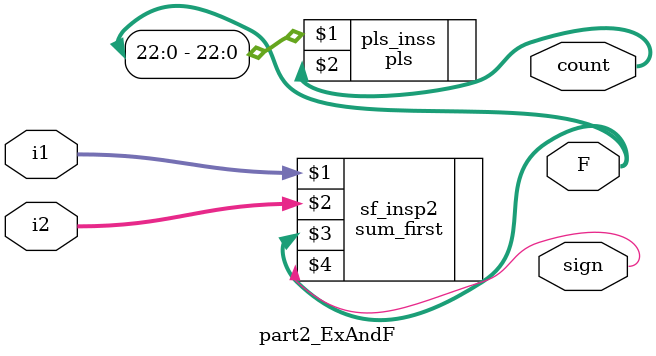
<source format=v>
module part2_ExAndF (i1, i2, F, sign, count);
input [31:0] i1, i2;
output [24:0] F;
output sign;
output [4:0] count;

wire [24:0] F;
wire sign;


sum_first sf_insp2 (i1, i2, F, sign);
pls pls_inss (F[22:0], count);

endmodule
</source>
